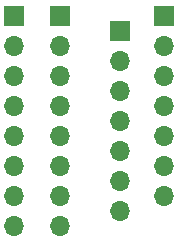
<source format=gbr>
%TF.GenerationSoftware,KiCad,Pcbnew,7.0.1-0*%
%TF.CreationDate,2023-04-12T17:34:26-06:00*%
%TF.ProjectId,100W Amplifier IS,31303057-2041-46d7-906c-696669657220,rev?*%
%TF.SameCoordinates,Original*%
%TF.FileFunction,Copper,L2,Bot*%
%TF.FilePolarity,Positive*%
%FSLAX46Y46*%
G04 Gerber Fmt 4.6, Leading zero omitted, Abs format (unit mm)*
G04 Created by KiCad (PCBNEW 7.0.1-0) date 2023-04-12 17:34:26*
%MOMM*%
%LPD*%
G01*
G04 APERTURE LIST*
%TA.AperFunction,ComponentPad*%
%ADD10R,1.700000X1.700000*%
%TD*%
%TA.AperFunction,ComponentPad*%
%ADD11O,1.700000X1.700000*%
%TD*%
G04 APERTURE END LIST*
D10*
%TO.P,J1,1,Pin_1*%
%TO.N,Net-(J1-Pin_1)*%
X134010000Y-33670000D03*
D11*
%TO.P,J1,2,Pin_2*%
%TO.N,Net-(J1-Pin_2)*%
X134010000Y-36210000D03*
%TO.P,J1,3,Pin_3*%
%TO.N,Net-(J1-Pin_3)*%
X134010000Y-38750000D03*
%TO.P,J1,4,Pin_4*%
%TO.N,Net-(J1-Pin_4)*%
X134010000Y-41290000D03*
%TO.P,J1,5,Pin_5*%
%TO.N,Net-(J1-Pin_5)*%
X134010000Y-43830000D03*
%TO.P,J1,6,Pin_6*%
%TO.N,Net-(J1-Pin_6)*%
X134010000Y-46370000D03*
%TO.P,J1,7,Pin_7*%
%TO.N,Net-(J1-Pin_7)*%
X134010000Y-48910000D03*
%TO.P,J1,8,Pin_8*%
%TO.N,Net-(J1-Pin_8)*%
X134010000Y-51450000D03*
%TD*%
D10*
%TO.P,J4,1,Pin_1*%
%TO.N,Net-(J2-Pin_1)*%
X139090000Y-34940000D03*
D11*
%TO.P,J4,2,Pin_2*%
%TO.N,Net-(J2-Pin_2)*%
X139090000Y-37480000D03*
%TO.P,J4,3,Pin_3*%
%TO.N,Net-(J2-Pin_3)*%
X139090000Y-40020000D03*
%TO.P,J4,4,Pin_4*%
%TO.N,Net-(J2-Pin_4)*%
X139090000Y-42560000D03*
%TO.P,J4,5,Pin_5*%
%TO.N,Net-(J2-Pin_5)*%
X139090000Y-45100000D03*
%TO.P,J4,6,Pin_6*%
%TO.N,Net-(J2-Pin_6)*%
X139090000Y-47640000D03*
%TO.P,J4,7,Pin_7*%
%TO.N,Net-(J2-Pin_7)*%
X139090000Y-50180000D03*
%TD*%
D10*
%TO.P,J2,1,Pin_1*%
%TO.N,Net-(J2-Pin_1)*%
X142875000Y-33655000D03*
D11*
%TO.P,J2,2,Pin_2*%
%TO.N,Net-(J2-Pin_2)*%
X142875000Y-36195000D03*
%TO.P,J2,3,Pin_3*%
%TO.N,Net-(J2-Pin_3)*%
X142875000Y-38735000D03*
%TO.P,J2,4,Pin_4*%
%TO.N,Net-(J2-Pin_4)*%
X142875000Y-41275000D03*
%TO.P,J2,5,Pin_5*%
%TO.N,Net-(J2-Pin_5)*%
X142875000Y-43815000D03*
%TO.P,J2,6,Pin_6*%
%TO.N,Net-(J2-Pin_6)*%
X142875000Y-46355000D03*
%TO.P,J2,7,Pin_7*%
%TO.N,Net-(J2-Pin_7)*%
X142875000Y-48895000D03*
%TD*%
D10*
%TO.P,J3,1,Pin_1*%
%TO.N,Net-(J1-Pin_1)*%
X130175000Y-33655000D03*
D11*
%TO.P,J3,2,Pin_2*%
%TO.N,Net-(J1-Pin_2)*%
X130175000Y-36195000D03*
%TO.P,J3,3,Pin_3*%
%TO.N,Net-(J1-Pin_3)*%
X130175000Y-38735000D03*
%TO.P,J3,4,Pin_4*%
%TO.N,Net-(J1-Pin_4)*%
X130175000Y-41275000D03*
%TO.P,J3,5,Pin_5*%
%TO.N,Net-(J1-Pin_5)*%
X130175000Y-43815000D03*
%TO.P,J3,6,Pin_6*%
%TO.N,Net-(J1-Pin_6)*%
X130175000Y-46355000D03*
%TO.P,J3,7,Pin_7*%
%TO.N,Net-(J1-Pin_7)*%
X130175000Y-48895000D03*
%TO.P,J3,8,Pin_8*%
%TO.N,Net-(J1-Pin_8)*%
X130175000Y-51435000D03*
%TD*%
M02*

</source>
